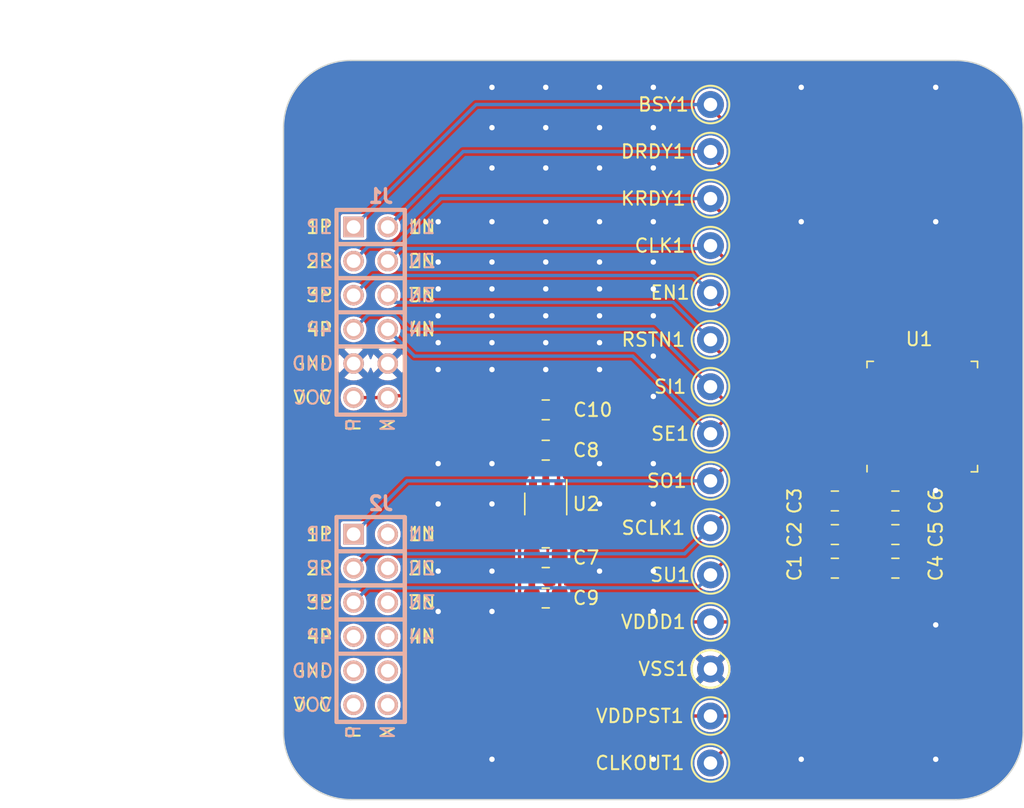
<source format=kicad_pcb>
(kicad_pcb (version 20221018) (generator pcbnew)
  (layers (0 "F.Cu" signal) (31 "B.Cu" signal) (34 "B.Paste" user) (35 "F.Paste" user) (36 "B.SilkS" user "B.Silkscreen") (37 "F.SilkS" user "F.Silkscreen") (38 "B.Mask" user) (39 "F.Mask" user) (44 "Edge.Cuts" user))
  (net 0 "")
  (net 1 "/SCAN_IN")
  (net 2 "/SCAN_ENABLE")
  (net 3 "/SCAN_UPDATE")
  (net 4 "/SCAN_CLK")
  (net 5 "/VSS")
  (net 6 "/SCAN_OUT")
  (net 7 "/RSTN")
  (net 8 "/ENABLE")
  (net 9 "/BSY")
  (net 10 "/KRDY")
  (net 11 "/DRDY")
  (net 12 "/CLK")
  (net 13 "/CLKOUT")
  (net 22 "/VDDPST")
  (net 24 "/VDDD")
  (footprint "Capacitor_SMD:C_0805_2012Metric_Pad1.18x1.45mm_HandSolder" (layer "F.Cu") (at 107 89 180)
    (fp_text reference "C8" (at -3 0 180) (layer "F.SilkS"))
    (fp_text value "1u")
    (fp_line (start -0.261252 -0.735) (end 0.261252 -0.735) (stroke (width 0.12)) (layer "F.SilkS"))
    (fp_line (start -0.261252 0.735) (end 0.261252 0.735) (stroke (width 0.12)) (layer "F.SilkS"))
    (pad "1" smd roundrect (at -1.0375 0 180) (size 1.175 1.45) (layers "F.Cu" "F.Paste" "F.Mask") (roundrect_rratio 0.212766) (net 22 "/VDDPST"))
    (pad "2" smd roundrect (at 1.0375 0 180) (size 1.175 1.45) (layers "F.Cu" "F.Paste" "F.Mask") (roundrect_rratio 0.212766) (net 5 "/VSS"))
  )
  (footprint "TestPoint:TestPoint_Keystone_5000-5004_Miniature" (layer "F.Cu") (at 119.25 91.28)
    (fp_text reference "SO1" (at -3.25 0) (layer "F.SilkS"))
    (fp_text value "SO")
    (fp_circle (center 0 0) (end 1.4 0) (stroke (width 0.15)) (fill none) (layer "F.SilkS"))
    (pad "1" thru_hole circle (at 0 0) (size 2 2) (drill 1) (layers "*.Cu" "*.Mask") (net 6 "/SCAN_OUT"))
  )
  (footprint "Capacitor_SMD:C_0805_2012Metric_Pad1.18x1.45mm_HandSolder" (layer "F.Cu") (at 133 92.78)
    (fp_text reference "C6" (at 3 0 90) (layer "F.SilkS"))
    (fp_text value "10u")
    (fp_line (start -0.261252 -0.735) (end 0.261252 -0.735) (stroke (width 0.12)) (layer "F.SilkS"))
    (fp_line (start -0.261252 0.735) (end 0.261252 0.735) (stroke (width 0.12)) (layer "F.SilkS"))
    (pad "1" smd roundrect (at -1.0375 0) (size 1.175 1.45) (layers "F.Cu" "F.Paste" "F.Mask") (roundrect_rratio 0.212766) (net 22 "/VDDPST"))
    (pad "2" smd roundrect (at 1.0375 0) (size 1.175 1.45) (layers "F.Cu" "F.Paste" "F.Mask") (roundrect_rratio 0.212766) (net 5 "/VSS"))
  )
  (footprint "TestPoint:TestPoint_Keystone_5000-5004_Miniature" (layer "F.Cu") (at 119.25 101.78)
    (fp_text reference "VDDD1" (at -4.25 0) (layer "F.SilkS"))
    (fp_text value "VDDD")
    (fp_circle (center 0 0) (end 1.4 0) (stroke (width 0.15)) (fill none) (layer "F.SilkS"))
    (pad "1" thru_hole circle (at 0 0) (size 2 2) (drill 1) (layers "*.Cu" "*.Mask") (net 24 "/VDDD"))
  )
  (footprint "Package_DFN_QFN:QFN-56-1EP_8x8mm_P0.5mm_EP5.9x5.9mm" (layer "F.Cu") (at 135 86.5 90)
    (fp_text reference "U1" (at 5.76 -0.2325 180) (layer "F.SilkS"))
    (fp_text value "~")
    (fp_line (start -4.11 4.11) (end -4.11 3.635) (stroke (width 0.12)) (layer "F.SilkS"))
    (fp_line (start -3.635 -4.11) (end -4.11 -4.11) (stroke (width 0.12)) (layer "F.SilkS"))
    (fp_line (start -3.635 4.11) (end -4.11 4.11) (stroke (width 0.12)) (layer "F.SilkS"))
    (fp_line (start 3.635 -4.11) (end 4.11 -4.11) (stroke (width 0.12)) (layer "F.SilkS"))
    (fp_line (start 3.635 4.11) (end 4.11 4.11) (stroke (width 0.12)) (layer "F.SilkS"))
    (fp_line (start 4.11 -4.11) (end 4.11 -3.635) (stroke (width 0.12)) (layer "F.SilkS"))
    (fp_line (start 4.11 4.11) (end 4.11 3.635) (stroke (width 0.12)) (layer "F.SilkS"))
    (pad "1" smd roundrect (at -3.9375 -3.25 90) (size 0.875 0.25) (layers "F.Cu" "F.Paste" "F.Mask") (net 5 "/VSS"))
    (pad "2" smd roundrect (at -3.9375 -2.75 90) (size 0.875 0.25) (layers "F.Cu" "F.Paste" "F.Mask") (net 22 "/VDDPST"))
    (pad "3" smd roundrect (at -3.9375 -2.25 90) (size 0.875 0.25) (layers "F.Cu" "F.Paste" "F.Mask") (net 13 "/CLKOUT"))
    (pad "4" smd roundrect (at -3.9375 -1.75 90) (size 0.875 0.25) (layers "F.Cu" "F.Paste" "F.Mask"))
    (pad "5" smd roundrect (at -3.9375 -1.25 90) (size 0.875 0.25) (layers "F.Cu" "F.Paste" "F.Mask"))
    (pad "6" smd roundrect (at -3.9375 -0.75 90) (size 0.875 0.25) (layers "F.Cu" "F.Paste" "F.Mask"))
    (pad "7" smd roundrect (at -3.9375 -0.25 90) (size 0.875 0.25) (layers "F.Cu" "F.Paste" "F.Mask"))
    (pad "8" smd roundrect (at -3.9375 0.25 90) (size 0.875 0.25) (layers "F.Cu" "F.Paste" "F.Mask"))
    (pad "9" smd roundrect (at -3.9375 0.75 90) (size 0.875 0.25) (layers "F.Cu" "F.Paste" "F.Mask"))
    (pad "10" smd roundrect (at -3.9375 1.25 90) (size 0.875 0.25) (layers "F.Cu" "F.Paste" "F.Mask"))
    (pad "11" smd roundrect (at -3.9375 1.75 90) (size 0.875 0.25) (layers "F.Cu" "F.Paste" "F.Mask"))
    (pad "12" smd roundrect (at -3.9375 2.25 90) (size 0.875 0.25) (layers "F.Cu" "F.Paste" "F.Mask"))
    (pad "13" smd roundrect (at -3.9375 2.75 90) (size 0.875 0.25) (layers "F.Cu" "F.Paste" "F.Mask"))
    (pad "14" smd roundrect (at -3.9375 3.25 90) (size 0.875 0.25) (layers "F.Cu" "F.Paste" "F.Mask"))
    (pad "15" smd roundrect (at -3.25 3.9375 90) (size 0.25 0.875) (layers "F.Cu" "F.Paste" "F.Mask"))
    (pad "16" smd roundrect (at -2.75 3.9375 90) (size 0.25 0.875) (layers "F.Cu" "F.Paste" "F.Mask"))
    (pad "17" smd roundrect (at -2.25 3.9375 90) (size 0.25 0.875) (layers "F.Cu" "F.Paste" "F.Mask"))
    (pad "18" smd roundrect (at -1.75 3.9375 90) (size 0.25 0.875) (layers "F.Cu" "F.Paste" "F.Mask"))
    (pad "19" smd roundrect (at -1.25 3.9375 90) (size 0.25 0.875) (layers "F.Cu" "F.Paste" "F.Mask"))
    (pad "20" smd roundrect (at -0.75 3.9375 90) (size 0.25 0.875) (layers "F.Cu" "F.Paste" "F.Mask"))
    (pad "21" smd roundrect (at -0.25 3.9375 90) (size 0.25 0.875) (layers "F.Cu" "F.Paste" "F.Mask"))
    (pad "22" smd roundrect (at 0.25 3.9375 90) (size 0.25 0.875) (layers "F.Cu" "F.Paste" "F.Mask"))
    (pad "23" smd roundrect (at 0.75 3.9375 90) (size 0.25 0.875) (layers "F.Cu" "F.Paste" "F.Mask"))
    (pad "24" smd roundrect (at 1.25 3.9375 90) (size 0.25 0.875) (layers "F.Cu" "F.Paste" "F.Mask"))
    (pad "25" smd roundrect (at 1.75 3.9375 90) (size 0.25 0.875) (layers "F.Cu" "F.Paste" "F.Mask"))
    (pad "26" smd roundrect (at 2.25 3.9375 90) (size 0.25 0.875) (layers "F.Cu" "F.Paste" "F.Mask"))
    (pad "27" smd roundrect (at 2.75 3.9375 90) (size 0.25 0.875) (layers "F.Cu" "F.Paste" "F.Mask"))
    (pad "28" smd roundrect (at 3.25 3.9375 90) (size 0.25 0.875) (layers "F.Cu" "F.Paste" "F.Mask"))
    (pad "29" smd roundrect (at 3.9375 3.25 90) (size 0.875 0.25) (layers "F.Cu" "F.Paste" "F.Mask"))
    (pad "30" smd roundrect (at 3.9375 2.75 90) (size 0.875 0.25) (layers "F.Cu" "F.Paste" "F.Mask"))
    (pad "31" smd roundrect (at 3.9375 2.25 90) (size 0.875 0.25) (layers "F.Cu" "F.Paste" "F.Mask"))
    (pad "32" smd roundrect (at 3.9375 1.75 90) (size 0.875 0.25) (layers "F.Cu" "F.Paste" "F.Mask"))
    (pad "33" smd roundrect (at 3.9375 1.25 90) (size 0.875 0.25) (layers "F.Cu" "F.Paste" "F.Mask"))
    (pad "34" smd roundrect (at 3.9375 0.75 90) (size 0.875 0.25) (layers "F.Cu" "F.Paste" "F.Mask"))
    (pad "35" smd roundrect (at 3.9375 0.25 90) (size 0.875 0.25) (layers "F.Cu" "F.Paste" "F.Mask"))
    (pad "36" smd roundrect (at 3.9375 -0.25 90) (size 0.875 0.25) (layers "F.Cu" "F.Paste" "F.Mask"))
    (pad "37" smd roundrect (at 3.9375 -0.75 90) (size 0.875 0.25) (layers "F.Cu" "F.Paste" "F.Mask"))
    (pad "38" smd roundrect (at 3.9375 -1.25 90) (size 0.875 0.25) (layers "F.Cu" "F.Paste" "F.Mask"))
    (pad "39" smd roundrect (at 3.9375 -1.75 90) (size 0.875 0.25) (layers "F.Cu" "F.Paste" "F.Mask"))
    (pad "40" smd roundrect (at 3.9375 -2.25 90) (size 0.875 0.25) (layers "F.Cu" "F.Paste" "F.Mask"))
    (pad "41" smd roundrect (at 3.9375 -2.75 90) (size 0.875 0.25) (layers "F.Cu" "F.Paste" "F.Mask"))
    (pad "42" smd roundrect (at 3.9375 -3.25 90) (size 0.875 0.25) (layers "F.Cu" "F.Paste" "F.Mask"))
    (pad "43" smd roundrect (at 3.25 -3.9375 90) (size 0.25 0.875) (layers "F.Cu" "F.Paste" "F.Mask") (net 9 "/BSY"))
    (pad "44" smd roundrect (at 2.75 -3.9375 90) (size 0.25 0.875) (layers "F.Cu" "F.Paste" "F.Mask") (net 11 "/DRDY"))
    (pad "45" smd roundrect (at 2.25 -3.9375 90) (size 0.25 0.875) (layers "F.Cu" "F.Paste" "F.Mask") (net 10 "/KRDY"))
    (pad "46" smd roundrect (at 1.75 -3.9375 90) (size 0.25 0.875) (layers "F.Cu" "F.Paste" "F.Mask") (net 12 "/CLK"))
    (pad "47" smd roundrect (at 1.25 -3.9375 90) (size 0.25 0.875) (layers "F.Cu" "F.Paste" "F.Mask") (net 8 "/ENABLE"))
    (pad "48" smd roundrect (at 0.75 -3.9375 90) (size 0.25 0.875) (layers "F.Cu" "F.Paste" "F.Mask") (net 7 "/RSTN"))
    (pad "49" smd roundrect (at 0.25 -3.9375 90) (size 0.25 0.875) (layers "F.Cu" "F.Paste" "F.Mask") (net 1 "/SCAN_IN"))
    (pad "50" smd roundrect (at -0.25 -3.9375 90) (size 0.25 0.875) (layers "F.Cu" "F.Paste" "F.Mask") (net 2 "/SCAN_ENABLE"))
    (pad "51" smd roundrect (at -0.75 -3.9375 90) (size 0.25 0.875) (layers "F.Cu" "F.Paste" "F.Mask") (net 6 "/SCAN_OUT"))
    (pad "52" smd roundrect (at -1.25 -3.9375 90) (size 0.25 0.875) (layers "F.Cu" "F.Paste" "F.Mask") (net 4 "/SCAN_CLK"))
    (pad "53" smd roundrect (at -1.75 -3.9375 90) (size 0.25 0.875) (layers "F.Cu" "F.Paste" "F.Mask") (net 3 "/SCAN_UPDATE"))
    (pad "54" smd roundrect (at -2.25 -3.9375 90) (size 0.25 0.875) (layers "F.Cu" "F.Paste" "F.Mask"))
    (pad "55" smd roundrect (at -2.75 -3.9375 90) (size 0.25 0.875) (layers "F.Cu" "F.Paste" "F.Mask") (net 24 "/VDDD"))
    (pad "56" smd roundrect (at -3.25 -3.9375 90) (size 0.25 0.875) (layers "F.Cu" "F.Paste" "F.Mask") (net 5 "/VSS"))
    (pad "57" smd rect (at 0 0 90) (size 5.9 5.9) (layers "F.Cu" "F.Mask"))
  )
  (footprint "TestPoint:TestPoint_Keystone_5000-5004_Miniature" (layer "F.Cu") (at 119.25 73.78)
    (fp_text reference "CLK1" (at -3.75 0) (layer "F.SilkS"))
    (fp_text value "CLK")
    (fp_circle (center 0 0) (end 1.4 0) (stroke (width 0.15)) (fill none) (layer "F.SilkS"))
    (pad "1" thru_hole circle (at 0 0) (size 2 2) (drill 1) (layers "*.Cu" "*.Mask") (net 12 "/CLK"))
  )
  (footprint "TestPoint:TestPoint_Keystone_5000-5004_Miniature" (layer "F.Cu") (at 119.25 80.78)
    (fp_text reference "RSTN1" (at -4.25 0) (layer "F.SilkS"))
    (fp_text value "RSTN")
    (fp_circle (center 0 0) (end 1.4 0) (stroke (width 0.15)) (fill none) (layer "F.SilkS"))
    (pad "1" thru_hole circle (at 0 0) (size 2 2) (drill 1) (layers "*.Cu" "*.Mask") (net 7 "/RSTN"))
  )
  (footprint "Capacitor_SMD:C_0805_2012Metric_Pad1.18x1.45mm_HandSolder" (layer "F.Cu") (at 128.5 97.78 180)
    (fp_text reference "C1" (at 3 0 90) (layer "F.SilkS"))
    (fp_text value ".1u")
    (fp_line (start -0.261252 -0.735) (end 0.261252 -0.735) (stroke (width 0.12)) (layer "F.SilkS"))
    (fp_line (start -0.261252 0.735) (end 0.261252 0.735) (stroke (width 0.12)) (layer "F.SilkS"))
    (pad "1" smd roundrect (at -1.0375 0 180) (size 1.175 1.45) (layers "F.Cu" "F.Paste" "F.Mask") (roundrect_rratio 0.212766) (net 24 "/VDDD"))
    (pad "2" smd roundrect (at 1.0375 0 180) (size 1.175 1.45) (layers "F.Cu" "F.Paste" "F.Mask") (roundrect_rratio 0.212766) (net 5 "/VSS"))
  )
  (footprint "TestPoint:TestPoint_Keystone_5000-5004_Miniature" (layer "F.Cu") (at 119.25 105.28)
    (fp_text reference "VSS1" (at -3.5 0) (layer "F.SilkS"))
    (fp_text value "VSS")
    (fp_circle (center 0 0) (end 1.4 0) (stroke (width 0.15)) (fill none) (layer "F.SilkS"))
    (pad "1" thru_hole circle (at 0 0) (size 2 2) (drill 1) (layers "*.Cu" "*.Mask") (net 5 "/VSS"))
  )
  (footprint "Capacitor_SMD:C_0805_2012Metric_Pad1.18x1.45mm_HandSolder" (layer "F.Cu") (at 128.5 92.78 180)
    (fp_text reference "C3" (at 3 0 90) (layer "F.SilkS"))
    (fp_text value "10u")
    (fp_line (start -0.261252 -0.735) (end 0.261252 -0.735) (stroke (width 0.12)) (layer "F.SilkS"))
    (fp_line (start -0.261252 0.735) (end 0.261252 0.735) (stroke (width 0.12)) (layer "F.SilkS"))
    (pad "1" smd roundrect (at -1.0375 0 180) (size 1.175 1.45) (layers "F.Cu" "F.Paste" "F.Mask") (roundrect_rratio 0.212766) (net 24 "/VDDD"))
    (pad "2" smd roundrect (at 1.0375 0 180) (size 1.175 1.45) (layers "F.Cu" "F.Paste" "F.Mask") (roundrect_rratio 0.212766) (net 5 "/VSS"))
  )
  (footprint "Capacitor_SMD:C_0805_2012Metric_Pad1.18x1.45mm_HandSolder" (layer "F.Cu") (at 107 100 180)
    (fp_text reference "C9" (at -3 0 180) (layer "F.SilkS"))
    (fp_text value "1u")
    (fp_line (start -0.261252 -0.735) (end 0.261252 -0.735) (stroke (width 0.12)) (layer "F.SilkS"))
    (fp_line (start -0.261252 0.735) (end 0.261252 0.735) (stroke (width 0.12)) (layer "F.SilkS"))
    (pad "1" smd roundrect (at -1.0375 0 180) (size 1.175 1.45) (layers "F.Cu" "F.Paste" "F.Mask") (roundrect_rratio 0.212766) (net 24 "/VDDD"))
    (pad "2" smd roundrect (at 1.0375 0 180) (size 1.175 1.45) (layers "F.Cu" "F.Paste" "F.Mask") (roundrect_rratio 0.212766) (net 5 "/VSS"))
  )
  (footprint "TestPoint:TestPoint_Keystone_5000-5004_Miniature" (layer "F.Cu") (at 119.25 63.28)
    (fp_text reference "BSY1" (at -3.5 0) (layer "F.SilkS"))
    (fp_text value "BSY")
    (fp_circle (center 0 0) (end 1.4 0) (stroke (width 0.15)) (fill none) (layer "F.SilkS"))
    (pad "1" thru_hole circle (at 0 0) (size 2 2) (drill 1) (layers "*.Cu" "*.Mask") (net 9 "/BSY"))
  )
  (footprint "TestPoint:TestPoint_Keystone_5000-5004_Miniature" (layer "F.Cu") (at 119.25 70.28)
    (fp_text reference "KRDY1" (at -4.25 0) (layer "F.SilkS"))
    (fp_text value "KRDY")
    (fp_circle (center 0 0) (end 1.4 0) (stroke (width 0.15)) (fill none) (layer "F.SilkS"))
    (pad "1" thru_hole circle (at 0 0) (size 2 2) (drill 1) (layers "*.Cu" "*.Mask") (net 10 "/KRDY"))
  )
  (footprint "Capacitor_SMD:C_0805_2012Metric_Pad1.18x1.45mm_HandSolder" (layer "F.Cu") (at 133 97.78)
    (fp_text reference "C4" (at 3 0 90) (layer "F.SilkS"))
    (fp_text value ".1u")
    (fp_line (start -0.261252 -0.735) (end 0.261252 -0.735) (stroke (width 0.12)) (layer "F.SilkS"))
    (fp_line (start -0.261252 0.735) (end 0.261252 0.735) (stroke (width 0.12)) (layer "F.SilkS"))
    (pad "1" smd roundrect (at -1.0375 0) (size 1.175 1.45) (layers "F.Cu" "F.Paste" "F.Mask") (roundrect_rratio 0.212766) (net 22 "/VDDPST"))
    (pad "2" smd roundrect (at 1.0375 0) (size 1.175 1.45) (layers "F.Cu" "F.Paste" "F.Mask") (roundrect_rratio 0.212766) (net 5 "/VSS"))
  )
  (footprint "Package_TO_SOT_SMD:SOT-23-5" (layer "F.Cu") (at 107 93 -90)
    (fp_text reference "U2" (at 0 -3 -180) (layer "F.SilkS"))
    (fp_text value "TLV74010PDBVR")
    (fp_line (start 0 -1.56) (end -1.8 -1.56) (stroke (width 0.12)) (layer "F.SilkS"))
    (fp_line (start 0 -1.56) (end 0.8 -1.56) (stroke (width 0.12)) (layer "F.SilkS"))
    (fp_line (start 0 1.56) (end -0.8 1.56) (stroke (width 0.12)) (layer "F.SilkS"))
    (fp_line (start 0 1.56) (end 0.8 1.56) (stroke (width 0.12)) (layer "F.SilkS"))
    (pad "1" smd roundrect (at -1.1375 -0.95 270) (size 1.325 0.6) (layers "F.Cu" "F.Paste" "F.Mask") (net 22 "/VDDPST"))
    (pad "2" smd roundrect (at -1.1375 0 270) (size 1.325 0.6) (layers "F.Cu" "F.Paste" "F.Mask") (net 5 "/VSS"))
    (pad "3" smd roundrect (at -1.1375 0.95 270) (size 1.325 0.6) (layers "F.Cu" "F.Paste" "F.Mask") (net 22 "/VDDPST"))
    (pad "4" smd roundrect (at 1.1375 0.95 270) (size 1.325 0.6) (layers "F.Cu" "F.Paste" "F.Mask"))
    (pad "5" smd roundrect (at 1.1375 -0.95 270) (size 1.325 0.6) (layers "F.Cu" "F.Paste" "F.Mask") (net 24 "/VDDD"))
  )
  (footprint "Capacitor_SMD:C_0805_2012Metric_Pad1.18x1.45mm_HandSolder" (layer "F.Cu") (at 128.5 95.28 180)
    (fp_text reference "C2" (at 3 0 90) (layer "F.SilkS"))
    (fp_text value "1u")
    (fp_line (start -0.261252 -0.735) (end 0.261252 -0.735) (stroke (width 0.12)) (layer "F.SilkS"))
    (fp_line (start -0.261252 0.735) (end 0.261252 0.735) (stroke (width 0.12)) (layer "F.SilkS"))
    (pad "1" smd roundrect (at -1.0375 0 180) (size 1.175 1.45) (layers "F.Cu" "F.Paste" "F.Mask") (roundrect_rratio 0.212766) (net 24 "/VDDD"))
    (pad "2" smd roundrect (at 1.0375 0 180) (size 1.175 1.45) (layers "F.Cu" "F.Paste" "F.Mask") (roundrect_rratio 0.212766) (net 5 "/VSS"))
  )
  (footprint "TestPoint:TestPoint_Keystone_5000-5004_Miniature" (layer "F.Cu") (at 119.25 108.78)
    (fp_text reference "VDDPST1" (at -5.25 0) (layer "F.SilkS"))
    (fp_text value "VDDPST")
    (fp_circle (center 0 0) (end 1.4 0) (stroke (width 0.15)) (fill none) (layer "F.SilkS"))
    (pad "1" thru_hole circle (at 0 0) (size 2 2) (drill 1) (layers "*.Cu" "*.Mask") (net 22 "/VDDPST"))
  )
  (footprint "TestPoint:TestPoint_Keystone_5000-5004_Miniature" (layer "F.Cu") (at 119.25 84.28)
    (fp_text reference "SI1" (at -3 0) (layer "F.SilkS"))
    (fp_text value "SI")
    (fp_circle (center 0 0) (end 1.4 0) (stroke (width 0.15)) (fill none) (layer "F.SilkS"))
    (pad "1" thru_hole circle (at 0 0) (size 2 2) (drill 1) (layers "*.Cu" "*.Mask") (net 1 "/SCAN_IN"))
  )
  (footprint "TestPoint:TestPoint_Keystone_5000-5004_Miniature" (layer "F.Cu") (at 119.25 66.78)
    (fp_text reference "DRDY1" (at -4.25 0) (layer "F.SilkS"))
    (fp_text value "DRDY")
    (fp_circle (center 0 0) (end 1.4 0) (stroke (width 0.15)) (fill none) (layer "F.SilkS"))
    (pad "1" thru_hole circle (at 0 0) (size 2 2) (drill 1) (layers "*.Cu" "*.Mask") (net 11 "/DRDY"))
  )
  (footprint "TestPoint:TestPoint_Keystone_5000-5004_Miniature" (layer "F.Cu") (at 119.25 77.28)
    (fp_text reference "EN1" (at -3 0) (layer "F.SilkS"))
    (fp_text value "EN")
    (fp_circle (center 0 0) (end 1.4 0) (stroke (width 0.15)) (fill none) (layer "F.SilkS"))
    (pad "1" thru_hole circle (at 0 0) (size 2 2) (drill 1) (layers "*.Cu" "*.Mask") (net 8 "/ENABLE"))
  )
  (footprint "Capacitor_SMD:C_0805_2012Metric_Pad1.18x1.45mm_HandSolder" (layer "F.Cu") (at 133 95.28)
    (fp_text reference "C5" (at 3 0 90) (layer "F.SilkS"))
    (fp_text value "1u")
    (fp_line (start -0.261252 -0.735) (end 0.261252 -0.735) (stroke (width 0.12)) (layer "F.SilkS"))
    (fp_line (start -0.261252 0.735) (end 0.261252 0.735) (stroke (width 0.12)) (layer "F.SilkS"))
    (pad "1" smd roundrect (at -1.0375 0) (size 1.175 1.45) (layers "F.Cu" "F.Paste" "F.Mask") (roundrect_rratio 0.212766) (net 22 "/VDDPST"))
    (pad "2" smd roundrect (at 1.0375 0) (size 1.175 1.45) (layers "F.Cu" "F.Paste" "F.Mask") (roundrect_rratio 0.212766) (net 5 "/VSS"))
  )
  (footprint "TestPoint:TestPoint_Keystone_5000-5004_Miniature" (layer "F.Cu") (at 119.25 94.78)
    (fp_text reference "SCLK1" (at -4.25 0) (layer "F.SilkS"))
    (fp_text value "SCLK")
    (fp_circle (center 0 0) (end 1.4 0) (stroke (width 0.15)) (fill none) (layer "F.SilkS"))
    (pad "1" thru_hole circle (at 0 0) (size 2 2) (drill 1) (layers "*.Cu" "*.Mask") (net 4 "/SCAN_CLK"))
  )
  (footprint "Capacitor_SMD:C_0805_2012Metric_Pad1.18x1.45mm_HandSolder" (layer "F.Cu") (at 107 97 180)
    (fp_text reference "C7" (at -3 0 180) (layer "F.SilkS"))
    (fp_text value "1u")
    (fp_line (start -0.261252 -0.735) (end 0.261252 -0.735) (stroke (width 0.12)) (layer "F.SilkS"))
    (fp_line (start -0.261252 0.735) (end 0.261252 0.735) (stroke (width 0.12)) (layer "F.SilkS"))
    (pad "1" smd roundrect (at -1.0375 0 180) (size 1.175 1.45) (layers "F.Cu" "F.Paste" "F.Mask") (roundrect_rratio 0.212766) (net 24 "/VDDD"))
    (pad "2" smd roundrect (at 1.0375 0 180) (size 1.175 1.45) (layers "F.Cu" "F.Paste" "F.Mask") (roundrect_rratio 0.212766) (net 5 "/VSS"))
  )
  (footprint "TestPoint:TestPoint_Keystone_5000-5004_Miniature" (layer "F.Cu") (at 119.25 112.28)
    (fp_text reference "CLKOUT1" (at -5.25 0) (layer "F.SilkS"))
    (fp_text value "CLKOUT")
    (fp_circle (center 0 0) (end 1.4 0) (stroke (width 0.15)) (fill none) (layer "F.SilkS"))
    (pad "1" thru_hole circle (at 0 0) (size 2 2) (drill 1) (layers "*.Cu" "*.Mask") (net 13 "/CLKOUT"))
  )
  (footprint "TestPoint:TestPoint_Keystone_5000-5004_Miniature" (layer "F.Cu") (at 119.25 87.78)
    (fp_text reference "SE1" (at -3 0) (layer "F.SilkS"))
    (fp_text value "SE")
    (fp_circle (center 0 0) (end 1.4 0) (stroke (width 0.15)) (fill none) (layer "F.SilkS"))
    (pad "1" thru_hole circle (at 0 0) (size 2 2) (drill 1) (layers "*.Cu" "*.Mask") (net 2 "/SCAN_ENABLE"))
  )
  (footprint "TestPoint:TestPoint_Keystone_5000-5004_Miniature" (layer "F.Cu") (at 119.25 98.28)
    (fp_text reference "SU1" (at -3 0) (layer "F.SilkS"))
    (fp_text value "SU")
    (fp_circle (center 0 0) (end 1.4 0) (stroke (width 0.15)) (fill none) (layer "F.SilkS"))
    (pad "1" thru_hole circle (at 0 0) (size 2 2) (drill 1) (layers "*.Cu" "*.Mask") (net 3 "/SCAN_UPDATE"))
  )
  (footprint "Capacitor_SMD:C_0805_2012Metric_Pad1.18x1.45mm_HandSolder" (layer "F.Cu") (at 107 86 180)
    (fp_text reference "C10" (at -3.5 0 180) (layer "F.SilkS"))
    (fp_text value "1u")
    (fp_line (start -0.261252 -0.735) (end 0.261252 -0.735) (stroke (width 0.12)) (layer "F.SilkS"))
    (fp_line (start -0.261252 0.735) (end 0.261252 0.735) (stroke (width 0.12)) (layer "F.SilkS"))
    (pad "1" smd roundrect (at -1.0375 0 180) (size 1.175 1.45) (layers "F.Cu" "F.Paste" "F.Mask") (roundrect_rratio 0.212766) (net 22 "/VDDPST"))
    (pad "2" smd roundrect (at 1.0375 0 180) (size 1.175 1.45) (layers "F.Cu" "F.Paste" "F.Mask") (roundrect_rratio 0.212766) (net 5 "/VSS"))
  )
  (footprint "Connector:pmod_pin_array_6x2_xadc" (layer "B.Cu") (at 93.98 101.6 180)
    (fp_text reference "J2" (at -0.762 8.636) (layer "B.SilkS") (effects (font (size 1.016 1.016) (thickness 0.254)) (justify mirror)))
    (fp_text value "Conn_02x06_Top_Bottom" hide)
    (fp_text user "3N" (at -3.81 1.27) (layer "B.SilkS") (effects (justify mirror)))
    (fp_text user "VCC" (at 4.318 -6.35) (layer "B.SilkS") (effects (justify mirror)))
    (fp_text user "GND" (at 4.318 -3.81) (layer "B.SilkS") (effects (justify mirror)))
    (fp_text user "4N" (at -3.81 -1.27) (layer "B.SilkS") (effects (justify mirror)))
    (fp_text user "3P" (at 3.81 1.27) (layer "B.SilkS") (effects (justify mirror)))
    (fp_text user "1N" (at -3.81 6.35) (layer "B.SilkS") (effects (justify mirror)))
    (fp_text user "P" (at 1.27 -8.382 90) (layer "B.SilkS") (effects (justify mirror)))
    (fp_text user "4P" (at 3.81 -1.27) (layer "B.SilkS") (effects (justify mirror)))
    (fp_text user "1P" (at 3.81 6.35) (layer "B.SilkS") (effects (justify mirror)))
    (fp_text user "2P" (at 3.81 3.81) (layer "B.SilkS") (effects (justify mirror)))
    (fp_text user "2N" (at -3.81 3.81) (layer "B.SilkS") (effects (justify mirror)))
    (fp_text user "N" (at -1.27 -8.382 90) (layer "B.SilkS") (effects (justify mirror)))
    (fp_text user "2N" (at -3.81 3.81) (layer "F.SilkS"))
    (fp_text user "N" (at -1.27 -8.382 90) (layer "F.SilkS"))
    (fp_text user "3P" (at 3.81 1.27) (layer "F.SilkS"))
    (fp_text user "4P" (at 3.81 -1.27) (layer "F.SilkS"))
    (fp_text user "3N" (at -3.81 1.27) (layer "F.SilkS"))
    (fp_text user "1N" (at -3.81 6.35) (layer "F.SilkS"))
    (fp_text user "1P" (at 3.81 6.35) (layer "F.SilkS"))
    (fp_text user "GND" (at 4.318 -3.81) (layer "F.SilkS"))
    (fp_text user "VCC" (at 4.318 -6.35) (layer "F.SilkS"))
    (fp_text user "2P" (at 3.81 3.81) (layer "F.SilkS"))
    (fp_text user "4N" (at -3.81 -1.27) (layer "F.SilkS"))
    (fp_text user "P" (at 1.27 -8.382 90) (layer "F.SilkS"))
    (fp_line (start -2.54 -7.62) (end 2.54 -7.62) (stroke (width 0.3048)) (layer "B.SilkS"))
    (fp_line (start -2.54 2.54) (end 2.54 2.54) (stroke (width 0.3048)) (layer "B.SilkS"))
    (fp_line (start -2.54 7.62) (end -2.54 -7.62) (stroke (width 0.3048)) (layer "B.SilkS"))
    (fp_line (start 2.54 -7.62) (end 2.54 7.62) (stroke (width 0.3048)) (layer "B.SilkS"))
    (fp_line (start 2.54 -2.54) (end -2.54 -2.54) (stroke (width 0.3048)) (layer "B.SilkS"))
    (fp_line (start 2.54 0) (end -2.54 0) (stroke (width 0.3048)) (layer "B.SilkS"))
    (fp_line (start 2.54 5.08) (end -2.54 5.08) (stroke (width 0.3048)) (layer "B.SilkS"))
    (fp_line (start 2.54 7.62) (end -2.54 7.62) (stroke (width 0.3048)) (layer "B.SilkS"))
    (fp_line (start -2.54 -7.62) (end 2.54 -7.62) (stroke (width 0.3048)) (layer "F.SilkS"))
    (fp_line (start -2.54 0) (end 2.54 0) (stroke (width 0.3048)) (layer "F.SilkS"))
    (fp_line (start -2.54 7.62) (end -2.54 -7.62) (stroke (width 0.3048)) (layer "F.SilkS"))
    (fp_line (start 2.54 -7.62) (end 2.54 7.62) (stroke (width 0.3048)) (layer "F.SilkS"))
    (fp_line (start 2.54 -2.54) (end -2.54 -2.54) (stroke (width 0.3048)) (layer "F.SilkS"))
    (fp_line (start 2.54 2.54) (end -2.54 2.54) (stroke (width 0.3048)) (layer "F.SilkS"))
    (fp_line (start 2.54 5.08) (end -2.54 5.08) (stroke (width 0.3048)) (layer "F.SilkS"))
    (fp_line (start 2.54 7.62) (end -2.54 7.62) (stroke (width 0.3048)) (layer "F.SilkS"))
    (pad "1" thru_hole rect locked (at 1.27 6.35 180) (size 1.524 1.524) (drill 1.016) (layers "*.Cu" "*.Mask" "B.SilkS") (net 6 "/SCAN_OUT"))
    (pad "2" thru_hole circle locked (at 1.27 3.81 270) (size 1.524 1.524) (drill 1.016) (layers "*.Cu" "*.Mask" "B.SilkS") (net 4 "/SCAN_CLK"))
    (pad "3" thru_hole circle locked (at 1.27 1.27 270) (size 1.524 1.524) (drill 1.016) (layers "*.Cu" "*.Mask" "B.SilkS") (net 3 "/SCAN_UPDATE"))
    (pad "4" thru_hole circle locked (at 1.27 -1.27 270) (size 1.524 1.524) (drill 1.016) (layers "*.Cu" "*.Mask" "B.SilkS"))
    (pad "5" thru_hole circle locked (at 1.27 -3.81 270) (size 1.524 1.524) (drill 1.016) (layers "*.Cu" "*.Mask" "B.SilkS"))
    (pad "6" thru_hole circle locked (at 1.27 -6.35 270) (size 1.524 1.524) (drill 1.016) (layers "*.Cu" "*.Mask" "B.SilkS"))
    (pad "7" thru_hole circle locked (at -1.27 6.35 270) (size 1.524 1.524) (drill 1.016) (layers "*.Cu" "*.Mask" "B.SilkS"))
    (pad "8" thru_hole circle locked (at -1.27 3.81 270) (size 1.524 1.524) (drill 1.016) (layers "*.Cu" "*.Mask" "B.SilkS"))
    (pad "9" thru_hole circle locked (at -1.27 1.27 270) (size 1.524 1.524) (drill 1.016) (layers "*.Cu" "*.Mask" "B.SilkS"))
    (pad "10" thru_hole circle locked (at -1.27 -1.27 270) (size 1.524 1.524) (drill 1.016) (layers "*.Cu" "*.Mask" "B.SilkS"))
    (pad "11" thru_hole circle locked (at -1.27 -3.81 270) (size 1.524 1.524) (drill 1.016) (layers "*.Cu" "*.Mask" "B.SilkS"))
    (pad "12" thru_hole circle locked (at -1.27 -6.35 270) (size 1.524 1.524) (drill 1.016) (layers "*.Cu" "*.Mask" "B.SilkS"))
  )
  (footprint "Connector:pmod_pin_array_6x2_xadc" (layer "B.Cu") (at 93.98 78.74 180)
    (fp_text reference "J1" (at -0.762 8.636) (layer "B.SilkS") (effects (font (size 1.016 1.016) (thickness 0.254)) (justify mirror)))
    (fp_text value "Conn_02x06_Top_Bottom" hide)
    (fp_text user "4N" (at -3.81 -1.27) (layer "B.SilkS") (effects (justify mirror)))
    (fp_text user "4P" (at 3.81 -1.27) (layer "B.SilkS") (effects (justify mirror)))
    (fp_text user "3P" (at 3.81 1.27) (layer "B.SilkS") (effects (justify mirror)))
    (fp_text user "2P" (at 3.81 3.81) (layer "B.SilkS") (effects (justify mirror)))
    (fp_text user "3N" (at -3.81 1.27) (layer "B.SilkS") (effects (justify mirror)))
    (fp_text user "N" (at -1.27 -8.382 90) (layer "B.SilkS") (effects (justify mirror)))
    (fp_text user "P" (at 1.27 -8.382 90) (layer "B.SilkS") (effects (justify mirror)))
    (fp_text user "1P" (at 3.81 6.35) (layer "B.SilkS") (effects (justify mirror)))
    (fp_text user "1N" (at -3.81 6.35) (layer "B.SilkS") (effects (justify mirror)))
    (fp_text user "2N" (at -3.81 3.81) (layer "B.SilkS") (effects (justify mirror)))
    (fp_text user "GND" (at 4.318 -3.81) (layer "B.SilkS") (effects (justify mirror)))
    (fp_text user "VCC" (at 4.318 -6.35) (layer "B.SilkS") (effects (justify mirror)))
    (fp_text user "4P" (at 3.81 -1.27) (layer "F.SilkS"))
    (fp_text user "3P" (at 3.81 1.27) (layer "F.SilkS"))
    (fp_text user "2N" (at -3.81 3.81) (layer "F.SilkS"))
    (fp_text user "VCC" (at 4.318 -6.35) (layer "F.SilkS"))
    (fp_text user "4N" (at -3.81 -1.27) (layer "F.SilkS"))
    (fp_text user "N" (at -1.27 -8.382 90) (layer "F.SilkS"))
    (fp_text user "GND" (at 4.318 -3.81) (layer "F.SilkS"))
    (fp_text user "2P" (at 3.81 3.81) (layer "F.SilkS"))
    (fp_text user "1N" (at -3.81 6.35) (layer "F.SilkS"))
    (fp_text user "P" (at 1.27 -8.382 90) (layer "F.SilkS"))
    (fp_text user "1P" (at 3.81 6.35) (layer "F.SilkS"))
    (fp_text user "3N" (at -3.81 1.27) (layer "F.SilkS"))
    (fp_line (start -2.54 -7.62) (end 2.54 -7.62) (stroke (width 0.3048)) (layer "B.SilkS"))
    (fp_line (start -2.54 2.54) (end 2.54 2.54) (stroke (width 0.3048)) (layer "B.SilkS"))
    (fp_line (start -2.54 7.62) (end -2.54 -7.62) (stroke (width 0.3048)) (layer "B.SilkS"))
    (fp_line (start 2.54 -7.62) (end 2.54 7.62) (stroke (width 0.3048)) (layer "B.SilkS"))
    (fp_line (start 2.54 -2.54) (end -2.54 -2.54) (stroke (width 0.3048)) (layer "B.SilkS"))
    (fp_line (start 2.54 0) (end -2.54 0) (stroke (width 0.3048)) (layer "B.SilkS"))
    (fp_line (start 2.54 5.08) (end -2.54 5.08) (stroke (width 0.3048)) (layer "B.SilkS"))
    (fp_line (start 2.54 7.62) (end -2.54 7.62) (stroke (width 0.3048)) (layer "B.SilkS"))
    (fp_line (start -2.54 -7.62) (end 2.54 -7.62) (stroke (width 0.3048)) (layer "F.SilkS"))
    (fp_line (start -2.54 0) (end 2.54 0) (stroke (width 0.3048)) (layer "F.SilkS"))
    (fp_line (start -2.54 7.62) (end -2.54 -7.62) (stroke (width 0.3048)) (layer "F.SilkS"))
    (fp_line (start 2.54 -7.62) (end 2.54 7.62) (stroke (width 0.3048)) (layer "F.SilkS"))
    (fp_line (start 2.54 -2.54) (end -2.54 -2.54) (stroke (width 0.3048)) (layer "F.SilkS"))
    (fp_line (start 2.54 2.54) (end -2.54 2.54) (stroke (width 0.3048)) (layer "F.SilkS"))
    (fp_line (start 2.54 5.08) (end -2.54 5.08) (stroke (width 0.3048)) (layer "F.SilkS"))
    (fp_line (start 2.54 7.62) (end -2.54 7.62) (stroke (width 0.3048)) (layer "F.SilkS"))
    (pad "1" thru_hole rect locked (at 1.27 6.35 180) (size 1.524 1.524) (drill 1.016) (layers "*.Cu" "*.Mask" "B.SilkS") (net 9 "/BSY"))
    (pad "2" thru_hole circle locked (at 1.27 3.81 270) (size 1.524 1.524) (drill 1.016) (layers "*.Cu" "*.Mask" "B.SilkS") (net 10 "/KRDY"))
    (pad "3" thru_hole circle locked (at 1.27 1.27 270) (size 1.524 1.524) (drill 1.016) (layers "*.Cu" "*.Mask" "B.SilkS") (net 8 "/ENABLE"))
    (pad "4" thru_hole circle locked (at 1.27 -1.27 270) (size 1.524 1.524) (drill 1.016) (layers "*.Cu" "*.Mask" "B.SilkS") (net 1 "/SCAN_IN"))
    (pad "5" thru_hole circle locked (at 1.27 -3.81 270) (size 1.524 1.524) (drill 1.016) (layers "*.Cu" "*.Mask" "B.SilkS") (net 5 "/VSS"))
    (pad "6" thru_hole circle locked (at 1.27 -6.35 270) (size 1.524 1.524) (drill 1.016) (layers "*.Cu" "*.Mask" "B.SilkS") (net 22 "/VDDPST"))
    (pad "7" thru_hole circle locked (at -1.27 6.35 270) (size 1.524 1.524) (drill 1.016) (layers "*.Cu" "*.Mask" "B.SilkS") (net 11 "/DRDY"))
    (pad "8" thru_hole circle locked (at -1.27 3.81 270) (size 1.524 1.524) (drill 1.016) (layers "*.Cu" "*.Mask" "B.SilkS") (net 12 "/CLK"))
    (pad "9" thru_hole circle locked (at -1.27 1.27 270) (size 1.524 1.524) (drill 1.016) (layers "*.Cu" "*.Mask" "B.SilkS") (net 7 "/RSTN"))
    (pad "10" thru_hole circle locked (at -1.27 -1.27 270) (size 1.524 1.524) (drill 1.016) (layers "*.Cu" "*.Mask" "B.SilkS") (net 2 "/SCAN_ENABLE"))
    (pad "11" thru_hole circle locked (at -1.27 -3.81 270) (size 1.524 1.524) (drill 1.016) (layers "*.Cu" "*.Mask" "B.SilkS") (net 5 "/VSS"))
    (pad "12" thru_hole circle locked (at -1.27 -6.35 270) (size 1.524 1.524) (drill 1.016) (layers "*.Cu" "*.Mask" "B.SilkS") (net 22 "/VDDPST"))
  )
  (gr_line (start 137.5 115) (end 92.5 115) (stroke (width 0.1)) (layer "Edge.Cuts"))
  (gr_line (start 87.5 110) (end 87.5 65) (stroke (width 0.1)) (layer "Edge.Cuts"))
  (gr_line (start 92.5 60) (end 137.5 60) (stroke (width 0.1)) (layer "Edge.Cuts"))
  (gr_arc (start 142.5 110) (mid 141.035534 113.535534) (end 137.5 115) (stroke (width 0.1)) (layer "Edge.Cuts"))
  (gr_line (start 142.5 65) (end 142.5 110) (stroke (width 0.1)) (layer "Edge.Cuts"))
  (gr_arc (start 87.5 65) (mid 88.964466 61.464466) (end 92.5 60) (stroke (width 0.1)) (layer "Edge.Cuts"))
  (gr_arc (start 92.5 115) (mid 88.964466 113.535534) (end 87.5 110) (stroke (width 0.1)) (layer "Edge.Cuts"))
  (gr_arc (start 137.5 60) (mid 141.035534 61.464466) (end 142.5 65) (stroke (width 0.1)) (layer "Edge.Cuts"))
  (segment (start 131.0625 86.25) (end 121.22 86.25) (width 0.25) (layer "F.Cu") (net 1))
  (segment (start 121.22 86.25) (end 119.25 84.28) (width 0.25) (layer "F.Cu") (net 1))
  (segment (start 92.71 80.01) (end 93.797 78.923) (width 0.25) (layer "B.Cu") (net 1))
  (segment (start 114.97 80) (end 119.25 84.28) (width 0.25) (layer "B.Cu") (net 1))
  (segment (start 93.797 78.923) (end 95.700251 78.923) (width 0.25) (layer "B.Cu") (net 1))
  (segment (start 95.700251 78.923) (end 96.777251 80) (width 0.25) (layer "B.Cu") (net 1))
  (segment (start 96.777251 80) (end 114.97 80) (width 0.25) (layer "B.Cu") (net 1))
  (segment (start 131.0625 86.75) (end 120.28 86.75) (width 0.25) (layer "F.Cu") (net 2))
  (segment (start 120.28 86.75) (end 119.25 87.78) (width 0.25) (layer "F.Cu") (net 2))
  (segment (start 113.47 82) (end 119.25 87.78) (width 0.25) (layer "B.Cu") (net 2))
  (segment (start 97.24 82) (end 113.47 82) (width 0.25) (layer "B.Cu") (net 2))
  (segment (start 95.25 80.01) (end 97.24 82) (width 0.25) (layer "B.Cu") (net 2))
  (segment (start 131.0625 88.25) (end 129.28 88.25) (width 0.25) (layer "F.Cu") (net 3))
  (segment (start 129.28 88.25) (end 119.25 98.28) (width 0.25) (layer "F.Cu") (net 3))
  (segment (start 92.71 100.33) (end 93.797 99.243) (width 0.25) (layer "B.Cu") (net 3))
  (segment (start 93.797 99.243) (end 118.287 99.243) (width 0.25) (layer "B.Cu") (net 3))
  (segment (start 118.287 99.243) (end 119.25 98.28) (width 0.25) (layer "B.Cu") (net 3))
  (segment (start 126.28 87.75) (end 119.25 94.78) (width 0.25) (layer "F.Cu") (net 4))
  (segment (start 131.0625 87.75) (end 126.28 87.75) (width 0.25) (layer "F.Cu") (net 4))
  (segment (start 117.327 96.703) (end 119.25 94.78) (width 0.25) (layer "B.Cu") (net 4))
  (segment (start 93.797 96.703) (end 117.327 96.703) (width 0.25) (layer "B.Cu") (net 4))
  (segment (start 92.71 97.79) (end 93.797 96.703) (width 0.25) (layer "B.Cu") (net 4))
  (via (at 136 102) (size 0.8) (drill 0.4) (layers "F.Cu" "B.Cu") (net 5))
  (via (at 103 72) (size 0.8) (drill 0.4) (layers "F.Cu" "B.Cu") (net 5))
  (via (at 115 79) (size 0.8) (drill 0.4) (layers "F.Cu" "B.Cu") (net 5))
  (via (at 107 81) (size 0.8) (drill 0.4) (layers "F.Cu" "B.Cu") (net 5))
  (via (at 107 79) (size 0.8) (drill 0.4) (layers "F.Cu" "B.Cu") (net 5))
  (via (at 111 75) (size 0.8) (drill 0.4) (layers "F.Cu" "B.Cu") (net 5))
  (via (at 99 75) (size 0.8) (drill 0.4) (layers "F.Cu" "B.Cu") (net 5))
  (via (at 111 77) (size 0.8) (drill 0.4) (layers "F.Cu" "B.Cu") (net 5))
  (via (at 103 75) (size 0.8) (drill 0.4) (layers "F.Cu" "B.Cu") (net 5))
  (via (at 103 68) (size 0.8) (drill 0.4) (layers "F.Cu" "B.Cu") (net 5))
  (via (at 111 90) (size 0.8) (drill 0.4) (layers "F.Cu" "B.Cu") (net 5))
  (via (at 111 81) (size 0.8) (drill 0.4) (layers "F.Cu" "B.Cu") (net 5))
  (via (at 103 112) (size 0.8) (drill 0.4) (layers "F.Cu" "B.Cu") (net 5))
  (via (at 111 72) (size 0.8) (drill 0.4) (layers "F.Cu" "B.Cu") (net 5))
  (via (at 115 90) (size 0.8) (drill 0.4) (layers "F.Cu" "B.Cu") (net 5))
  (via (at 115 93) (size 0.8) (drill 0.4) (layers "F.Cu" "B.Cu") (net 5))
  (via (at 126 62) (size 0.8) (drill 0.4) (layers "F.Cu" "B.Cu") (net 5))
  (via (at 103 65) (size 0.8) (drill 0.4) (layers "F.Cu" "B.Cu") (net 5))
  (via (at 99 77) (size 0.8) (drill 0.4) (layers "F.Cu" "B.Cu") (net 5))
  (via (at 107 75) (size 0.8) (drill 0.4) (layers "F.Cu" "B.Cu") (net 5))
  (via (at 111 93) (size 0.8) (drill 0.4) (layers "F.Cu" "B.Cu") (net 5))
  (via (at 115 112) (size 0.8) (drill 0.4) (layers "F.Cu" "B.Cu") (net 5))
  (via (at 99 83) (size 0.8) (drill 0.4) (layers "F.Cu" "B.Cu") (net 5))
  (via (at 115 85) (size 0.8) (drill 0.4) (layers "F.Cu" "B.Cu") (net 5))
  (via (at 136 92) (size 0.8) (drill 0.4) (layers "F.Cu" "B.Cu") (net 5))
  (via (at 99 81) (size 0.8) (drill 0.4) (layers "F.Cu" "B.Cu") (net 5))
  (via (at 99 72) (size 0.8) (drill 0.4) (layers "F.Cu" "B.Cu") (net 5))
  (via (at 99 98) (size 0.8) (drill 0.4) (layers "F.Cu" "B.Cu") (net 5))
  (via (at 115 75) (size 0.8) (drill 0.4) (layers "F.Cu" "B.Cu") (net 5))
  (via (at 115 101) (size 0.8) (drill 0.4) (layers "F.Cu" "B.Cu") (net 5))
  (via (at 126 72) (size 0.8) (drill 0.4) (layers "F.Cu" "B.Cu") (net 5))
  (via (at 103 81) (size 0.8) (drill 0.4) (layers "F.Cu" "B.Cu") (net 5))
  (via (at 115 77) (size 0.8) (drill 0.4) (layers "F.Cu" "B.Cu") (net 5))
  (via (at 111 79) (size 0.8) (drill 0.4) (layers "F.Cu" "B.Cu") (net 5))
  (via (at 115 68) (size 0.8) (drill 0.4) (layers "F.Cu" "B.Cu") (net 5))
  (via (at 111 68) (size 0.8) (drill 0.4) (layers "F.Cu" "B.Cu") (net 5))
  (via (at 103 101) (size 0.8) (drill 0.4) (layers "F.Cu" "B.Cu") (net 5))
  (via (at 103 62) (size 0.8) (drill 0.4) (layers "F.Cu" "B.Cu") (net 5))
  (via (at 107 65) (size 0.8) (drill 0.4) (layers "F.Cu" "B.Cu") (net 5))
  (via (at 107 77) (size 0.8) (drill 0.4) (layers "F.Cu" "B.Cu") (net 5))
  (via (at 126 112) (size 0.8) (drill 0.4) (layers "F.Cu" "B.Cu") (net 5))
  (via (at 111 62) (size 0.8) (drill 0.4) (layers "F.Cu" "B.Cu") (net 5))
  (via (at 103 98) (size 0.8) (drill 0.4) (layers "F.Cu" "B.Cu") (net 5))
  (via (at 103 93) (size 0.8) (drill 0.4) (layers "F.Cu" "B.Cu") (net 5))
  (via (at 99 90) (size 0.8) (drill 0.4) (layers "F.Cu" "B.Cu") (net 5))
  (via (at 115 62) (size 0.8) (drill 0.4) (layers "F.Cu" "B.Cu") (net 5))
  (via (at 111 98) (size 0.8) (drill 0.4) (layers "F.Cu" "B.Cu") (net 5))
  (via (at 136 72) (size 0.8) (drill 0.4) (layers "F.Cu" "B.Cu") (net 5))
  (via (at 103 79) (size 0.8) (drill 0.4) (layers "F.Cu" "B.Cu") (net 5))
  (via (at 111 65) (size 0.8) (drill 0.4) (layers "F.Cu" "B.Cu") (net 5))
  (via (at 115 72) (size 0.8) (drill 0.4) (layers "F.Cu" "B.Cu") (net 5))
  (via (at 115 82) (size 0.8) (drill 0.4) (layers "F.Cu" "B.Cu") (net 5))
  (via (at 103 83) (size 0.8) (drill 0.4) (layers "F.Cu" "B.Cu") (net 5))
  (via (at 107 72) (size 0.8) (drill 0.4) (layers "F.Cu" "B.Cu") (net 5))
  (via (at 107 62) (size 0.8) (drill 0.4) (layers "F.Cu" "B.Cu") (net 5))
  (via (at 107 83) (size 0.8) (drill 0.4) (layers "F.Cu" "B.Cu") (net 5))
  (via (at 103 90) (size 0.8) (drill 0.4) (layers "F.Cu" "B.Cu") (net 5))
  (via (at 115 65) (size 0.8) (drill 0.4) (layers "F.Cu" "B.Cu") (net 5))
  (via (at 99 79) (size 0.8) (drill 0.4) (layers "F.Cu" "B.Cu") (net 5))
  (via (at 99 101) (size 0.8) (drill 0.4) (layers "F.Cu" "B.Cu") (net 5))
  (via (at 111 83) (size 0.8) (drill 0.4) (layers "F.Cu" "B.Cu") (net 5))
  (via (at 115 98) (size 0.8) (drill 0.4) (layers "F.Cu" "B.Cu") (net 5))
  (via (at 136 112) (size 0.8) (drill 0.4) (layers "F.Cu" "B.Cu") (net 5))
  (via (at 103 77) (size 0.8) (drill 0.4) (layers "F.Cu" "B.Cu") (net 5))
  (via (at 107 68) (size 0.8) (drill 0.4) (layers "F.Cu" "B.Cu") (net 5))
  (via (at 136 62) (size 0.8) (drill 0.4) (layers "F.Cu" "B.Cu") (net 5))
  (via (at 99 93) (size 0.8) (drill 0.4) (layers "F.Cu" "B.Cu") (net 5))
  (segment (start 123.28 87.25) (end 119.25 91.28) (width 0.25) (layer "F.Cu") (net 6))
  (segment (start 131.0625 87.25) (end 123.28 87.25) (width 0.25) (layer "F.Cu") (net 6))
  (segment (start 96.68 91.28) (end 119.25 91.28) (width 0.25) (layer "B.Cu") (net 6))
  (segment (start 92.71 95.25) (end 96.68 91.28) (width 0.25) (layer "B.Cu") (net 6))
  (segment (start 131.0625 85.75) (end 123.97 85.75) (width 0.25) (layer "F.Cu") (net 7))
  (segment (start 123.97 85.75) (end 119.25 81.03) (width 0.25) (layer "F.Cu") (net 7))
  (segment (start 119.25 81.03) (end 119.25 80.78) (width 0.25) (layer "F.Cu") (net 7))
  (segment (start 116.47 78) (end 119.25 80.78) (width 0.25) (layer "B.Cu") (net 7))
  (segment (start 95.25 77.47) (end 95.78 78) (width 0.25) (layer "B.Cu") (net 7))
  (segment (start 95.78 78) (end 116.47 78) (width 0.25) (layer "B.Cu") (net 7))
  (segment (start 131.0625 85.25) (end 126.97 85.25) (width 0.25) (layer "F.Cu") (net 8))
  (segment (start 119.25 77.53) (end 119.25 77.28) (width 0.25) (layer "F.Cu") (net 8))
  (segment (start 126.97 85.25) (end 119.25 77.53) (width 0.25) (layer "F.Cu") (net 8))
  (segment (start 95.700251 76.017) (end 95.717251 76) (width 0.25) (layer "B.Cu") (net 8))
  (segment (start 94.799749 76.017) (end 95.700251 76.017) (width 0.25) (layer "B.Cu") (net 8))
  (segment (start 92.71 77.47) (end 94.18 76) (width 0.25) (layer "B.Cu") (net 8))
  (segment (start 94.18 76) (end 94.782749 76) (width 0.25) (layer "B.Cu") (net 8))
  (segment (start 95.717251 76) (end 117.97 76) (width 0.25) (layer "B.Cu") (net 8))
  (segment (start 117.97 76) (end 119.25 77.28) (width 0.25) (layer "B.Cu") (net 8))
  (segment (start 94.782749 76) (end 94.799749 76.017) (width 0.25) (layer "B.Cu") (net 8))
  (segment (start 131 83.1875) (end 131 75.28) (width 0.25) (layer "F.Cu") (net 9))
  (segment (start 131.0625 83.25) (end 131 83.1875) (width 0.25) (layer "F.Cu") (net 9))
  (segment (start 119.25 63.53) (end 119.25 63.28) (width 0.25) (layer "F.Cu") (net 9))
  (segment (start 131 75.28) (end 119.25 63.53) (width 0.25) (layer "F.Cu") (net 9))
  (segment (start 101.82 63.28) (end 92.71 72.39) (width 0.25) (layer "B.Cu") (net 9))
  (segment (start 119.25 63.28) (end 101.82 63.28) (width 0.25) (layer "B.Cu") (net 9))
  (segment (start 130.440596 84.25) (end 129.85 83.659404) (width 0.25) (layer "F.Cu") (net 10))
  (segment (start 119.25 70.53) (end 119.25 70.28) (width 0.25) (layer "F.Cu") (net 10))
  (segment (start 129.85 83.659404) (end 129.85 81.13) (width 0.25) (layer "F.Cu") (net 10))
  (segment (start 129.85 81.13) (end 119.25 70.53) (width 0.25) (layer "F.Cu") (net 10))
  (segment (start 131.0625 84.25) (end 130.440596 84.25) (width 0.25) (layer "F.Cu") (net 10))
  (segment (start 99.22 70.28) (end 119.25 70.28) (width 0.25) (layer "B.Cu") (net 10))
  (segment (start 93.797 73.843) (end 95.657 73.843) (width 0.25) (layer "B.Cu") (net 10))
  (segment (start 92.71 74.93) (end 93.797 73.843) (width 0.25) (layer "B.Cu") (net 10))
  (segment (start 95.657 73.843) (end 99.22 70.28) (width 0.25) (layer "B.Cu") (net 10))
  (segment (start 130.3 78.08) (end 119.25 67.03) (width 0.25) (layer "F.Cu") (net 11))
  (segment (start 119.25 67.03) (end 119.25 66.78) (width 0.25) (layer "F.Cu") (net 11))
  (segment (start 130.576992 83.75) (end 130.3 83.473008) (width 0.25) (layer "F.Cu") (net 11))
  (segment (start 131.0625 83.75) (end 130.576992 83.75) (width 0.25) (layer "F.Cu") (net 11))
  (segment (start 130.3 83.473008) (end 130.3 78.08) (width 0.25) (layer "F.Cu") (net 11))
  (segment (start 100.86 66.78) (end 95.25 72.39) (width 0.25) (layer "B.Cu") (net 11))
  (segment (start 119.25 66.78) (end 100.86 66.78) (width 0.25) (layer "B.Cu") (net 11))
  (segment (start 119.3342 73.78) (end 119.25 73.78) (width 0.25) (layer "F.Cu") (net 12))
  (segment (start 130.3042 84.75) (end 119.3342 73.78) (width 0.25) (layer "F.Cu") (net 12))
  (segment (start 131.0625 84.75) (end 130.3042 84.75) (width 0.25) (layer "F.Cu") (net 12))
  (segment (start 95.25 74.93) (end 96.18 74) (width 0.25) (layer "B.Cu") (net 12))
  (segment (start 96.18 74) (end 119.03 74) (width 0.25) (layer "B.Cu") (net 12))
  (segment (start 119.03 74) (end 119.25 73.78) (width 0.25) (layer "B.Cu") (net 12))
  (segment (start 133 98.53) (end 133 91.28) (width 0.25) (layer "F.Cu") (net 13))
  (segment (start 132.75 91.03) (end 132.75 90.4375) (width 0.25) (layer "F.Cu") (net 13))
  (segment (start 133 91.28) (end 132.75 91.03) (width 0.25) (layer "F.Cu") (net 13))
  (segment (start 119.25 112.28) (end 133 98.53) (width 0.25) (layer "F.Cu") (net 13))
  (segment (start 131.9625 92.78) (end 132.25 92.4925) (width 0.25) (layer "F.Cu") (net 22))
  (segment (start 106.9875 84.95) (end 95.39 84.95) (width 0.25) (layer "F.Cu") (net 22))
  (segment (start 108.0375 86) (end 106.9875 84.95) (width 0.25) (layer "F.Cu") (net 22))
  (segment (start 132.25 92.4925) (end 132.25 90.4375) (width 0.25) (layer "F.Cu") (net 22))
  (segment (start 106.05 91.8625) (end 105.05 92.8625) (width 0.25) (layer "F.Cu") (net 22))
  (segment (start 131.9625 97.78) (end 131.9625 95.28) (width 0.25) (layer "F.Cu") (net 22))
  (segment (start 105.05 92.8625) (end 105.05 100.75) (width 0.25) (layer "F.Cu") (net 22))
  (segment (start 106.05 90.538173) (end 107.588173 89) (width 0.25) (layer "F.Cu") (net 22))
  (segment (start 131.9625 95.28) (end 131.9625 92.78) (width 0.25) (layer "F.Cu") (net 22))
  (segment (start 107.95 89.0875) (end 108.0375 89) (width 0.25) (layer "F.Cu") (net 22))
  (segment (start 95.39 84.95) (end 95.25 85.09) (width 0.25) (layer "F.Cu") (net 22))
  (segment (start 108.0375 86) (end 108.0375 89) (width 0.25) (layer "F.Cu") (net 22))
  (segment (start 107.95 91.8625) (end 107.95 89.0875) (width 0.25) (layer "F.Cu") (net 22))
  (segment (start 107.588173 89) (end 108.0375 89) (width 0.25) (layer "F.Cu") (net 22))
  (segment (start 120.9625 108.78) (end 131.9625 97.78) (width 0.25) (layer "F.Cu") (net 22))
  (segment (start 119.25 108.78) (end 120.9625 108.78) (width 0.25) (layer "F.Cu") (net 22))
  (segment (start 113.08 108.78) (end 119.25 108.78) (width 0.25) (layer "F.Cu") (net 22))
  (segment (start 105.05 100.75) (end 113.08 108.78) (width 0.25) (layer "F.Cu") (net 22))
  (segment (start 92.71 85.09) (end 95.25 85.09) (width 0.25) (layer "F.Cu") (net 22))
  (segment (start 106.05 91.8625) (end 106.05 90.538173) (width 0.25) (layer "F.Cu") (net 22))
  (segment (start 108.0375 91.275) (end 107.95 91.3625) (width 0.25) (layer "F.Cu") (net 22))
  (segment (start 107.95 91.3625) (end 107.95 91.746751) (width 0.25) (layer "F.Cu") (net 22))
  (segment (start 106.05 91.746751) (end 106.05 91.3625) (width 0.25) (layer "F.Cu") (net 22))
  (segment (start 129.5375 90.289492) (end 130.576992 89.25) (width 0.25) (layer "F.Cu") (net 24))
  (segment (start 108.0375 97) (end 108.0375 100) (width 0.25) (layer "F.Cu") (net 24))
  (segment (start 125.5375 101.78) (end 129.5375 97.78) (width 0.25) (layer "F.Cu") (net 24))
  (segment (start 129.5375 95.28) (end 129.5375 92.78) (width 0.25) (layer "F.Cu") (net 24))
  (segment (start 108.0375 97) (end 108.0375 94.225) (width 0.25) (layer "F.Cu") (net 24))
  (segment (start 129.5375 97.78) (end 129.5375 95.28) (width 0.25) (layer "F.Cu") (net 24))
  (segment (start 129.5375 92.78) (end 129.5375 90.289492) (width 0.25) (layer "F.Cu") (net 24))
  (segment (start 119.25 101.78) (end 109.8175 101.78) (width 0.25) (layer "F.Cu") (net 24))
  (segment (start 119.25 101.78) (end 125.5375 101.78) (width 0.25) (layer "F.Cu") (net 24))
  (segment (start 109.8175 101.78) (end 108.0375 100) (width 0.25) (layer "F.Cu") (net 24))
  (segment (start 108.0375 94.225) (end 107.95 94.1375) (width 0.25) (layer "F.Cu") (net 24))
  (segment (start 130.576992 89.25) (end 131.0625 89.25) (width 0.25) (layer "F.Cu") (net 24))
  (zone (net 5) (net_name "/VSS") (layers "F&B.Cu") (connect_pads (clearance 0.2)) (min_thickness 0.127) (fill yes (thermal_gap 0.5) (thermal_bridge_width 0.5))
    (polygon (pts (xy 87.5 60) (xy 87.5 115) (xy 142.5 115) (xy 142.5 60)))
  )
)
</source>
